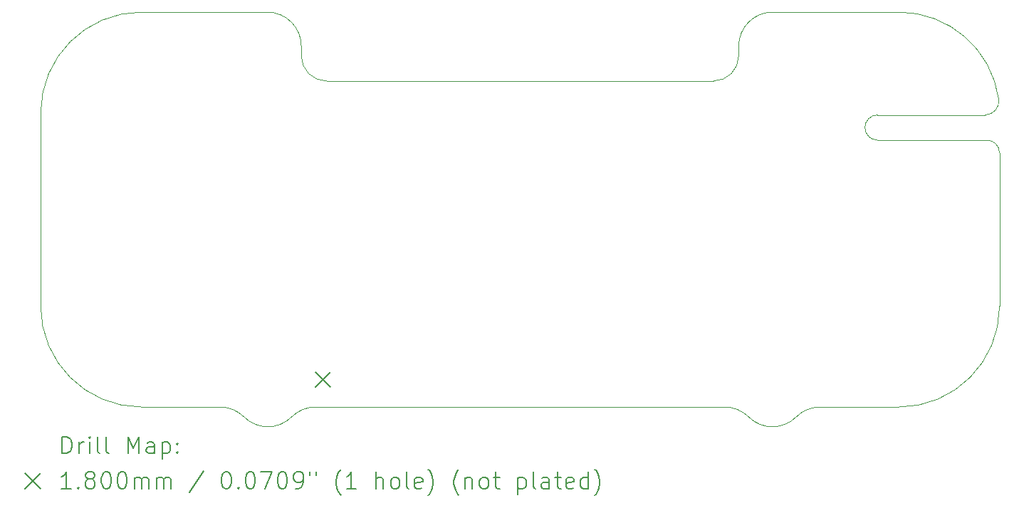
<source format=gbr>
%TF.GenerationSoftware,KiCad,Pcbnew,9.0.0*%
%TF.CreationDate,2025-06-19T17:56:10+01:00*%
%TF.ProjectId,solderbit-gamepad,736f6c64-6572-4626-9974-2d67616d6570,v0.7*%
%TF.SameCoordinates,Original*%
%TF.FileFunction,Drillmap*%
%TF.FilePolarity,Positive*%
%FSLAX45Y45*%
G04 Gerber Fmt 4.5, Leading zero omitted, Abs format (unit mm)*
G04 Created by KiCad (PCBNEW 9.0.0) date 2025-06-19 17:56:10*
%MOMM*%
%LPD*%
G01*
G04 APERTURE LIST*
%ADD10C,0.100000*%
%ADD11C,0.200000*%
%ADD12C,0.180000*%
G04 APERTURE END LIST*
D10*
X13426541Y-3656472D02*
X14928001Y-3656472D01*
X15976472Y-5180000D02*
G75*
G02*
X16126470Y-5330000I-2J-150000D01*
G01*
X6860899Y-8356472D02*
G75*
G02*
X7143741Y-8473629I1J-399998D01*
G01*
X12725000Y-4476472D02*
X8125000Y-4476472D01*
X13025069Y-4176470D02*
X13025069Y-4061472D01*
X16126472Y-5330000D02*
X16126472Y-7156472D01*
X16126472Y-7156472D02*
G75*
G02*
X14926472Y-8356472I-1200000J0D01*
G01*
X8125000Y-4476472D02*
G75*
G02*
X7825008Y-4176472I10J300002D01*
G01*
X7423536Y-3656472D02*
G75*
G02*
X7825004Y-4061472I-3546J-404998D01*
G01*
X13709427Y-8473629D02*
G75*
G02*
X13992269Y-8356468I282843J-282831D01*
G01*
X4726472Y-4856472D02*
X4726472Y-7156472D01*
X14928001Y-3656472D02*
G75*
G02*
X16116671Y-4691981I-1J-1199998D01*
G01*
X12860899Y-8356472D02*
G75*
G02*
X13143741Y-8473629I1J-399998D01*
G01*
X14676391Y-4880000D02*
X15955975Y-4879996D01*
X14676391Y-5180000D02*
G75*
G02*
X14676391Y-4880000I-1J150000D01*
G01*
X12860899Y-8356472D02*
X7993164Y-8356472D01*
X7825008Y-4176472D02*
X7825008Y-4061472D01*
X4726472Y-4856472D02*
G75*
G02*
X5926472Y-3656472I1200000J0D01*
G01*
X13993164Y-8356472D02*
X14926472Y-8356472D01*
X5926472Y-8356472D02*
X6860900Y-8356472D01*
X13025069Y-4061472D02*
G75*
G02*
X13426541Y-3656475I405011J2D01*
G01*
X5926472Y-8356472D02*
G75*
G02*
X4726472Y-7156472I0J1200000D01*
G01*
X16116531Y-4692000D02*
G75*
G02*
X15955975Y-4880283I-160551J-25690D01*
G01*
X7709427Y-8473629D02*
G75*
G02*
X7992269Y-8356471I282843J-282841D01*
G01*
X7709427Y-8473629D02*
G75*
G02*
X7143741Y-8473629I-282843J282843D01*
G01*
X13709427Y-8473629D02*
G75*
G02*
X13143741Y-8473629I-282843J282843D01*
G01*
X13025000Y-4176470D02*
G75*
G02*
X12725000Y-4476470I-300000J0D01*
G01*
X15976472Y-5180000D02*
X14676391Y-5180000D01*
X7423536Y-3656472D02*
X5926472Y-3656472D01*
D11*
D12*
X7991472Y-7941472D02*
X8171472Y-8121472D01*
X8171472Y-7941472D02*
X7991472Y-8121472D01*
D11*
X4982249Y-8907271D02*
X4982249Y-8707271D01*
X4982249Y-8707271D02*
X5029868Y-8707271D01*
X5029868Y-8707271D02*
X5058439Y-8716794D01*
X5058439Y-8716794D02*
X5077487Y-8735842D01*
X5077487Y-8735842D02*
X5087011Y-8754890D01*
X5087011Y-8754890D02*
X5096534Y-8792985D01*
X5096534Y-8792985D02*
X5096534Y-8821556D01*
X5096534Y-8821556D02*
X5087011Y-8859651D01*
X5087011Y-8859651D02*
X5077487Y-8878699D01*
X5077487Y-8878699D02*
X5058439Y-8897747D01*
X5058439Y-8897747D02*
X5029868Y-8907271D01*
X5029868Y-8907271D02*
X4982249Y-8907271D01*
X5182249Y-8907271D02*
X5182249Y-8773937D01*
X5182249Y-8812032D02*
X5191772Y-8792985D01*
X5191772Y-8792985D02*
X5201296Y-8783461D01*
X5201296Y-8783461D02*
X5220344Y-8773937D01*
X5220344Y-8773937D02*
X5239392Y-8773937D01*
X5306058Y-8907271D02*
X5306058Y-8773937D01*
X5306058Y-8707271D02*
X5296534Y-8716794D01*
X5296534Y-8716794D02*
X5306058Y-8726318D01*
X5306058Y-8726318D02*
X5315582Y-8716794D01*
X5315582Y-8716794D02*
X5306058Y-8707271D01*
X5306058Y-8707271D02*
X5306058Y-8726318D01*
X5429868Y-8907271D02*
X5410820Y-8897747D01*
X5410820Y-8897747D02*
X5401296Y-8878699D01*
X5401296Y-8878699D02*
X5401296Y-8707271D01*
X5534630Y-8907271D02*
X5515582Y-8897747D01*
X5515582Y-8897747D02*
X5506058Y-8878699D01*
X5506058Y-8878699D02*
X5506058Y-8707271D01*
X5763201Y-8907271D02*
X5763201Y-8707271D01*
X5763201Y-8707271D02*
X5829868Y-8850128D01*
X5829868Y-8850128D02*
X5896534Y-8707271D01*
X5896534Y-8707271D02*
X5896534Y-8907271D01*
X6077487Y-8907271D02*
X6077487Y-8802509D01*
X6077487Y-8802509D02*
X6067963Y-8783461D01*
X6067963Y-8783461D02*
X6048915Y-8773937D01*
X6048915Y-8773937D02*
X6010820Y-8773937D01*
X6010820Y-8773937D02*
X5991772Y-8783461D01*
X6077487Y-8897747D02*
X6058439Y-8907271D01*
X6058439Y-8907271D02*
X6010820Y-8907271D01*
X6010820Y-8907271D02*
X5991772Y-8897747D01*
X5991772Y-8897747D02*
X5982249Y-8878699D01*
X5982249Y-8878699D02*
X5982249Y-8859651D01*
X5982249Y-8859651D02*
X5991772Y-8840604D01*
X5991772Y-8840604D02*
X6010820Y-8831080D01*
X6010820Y-8831080D02*
X6058439Y-8831080D01*
X6058439Y-8831080D02*
X6077487Y-8821556D01*
X6172725Y-8773937D02*
X6172725Y-8973937D01*
X6172725Y-8783461D02*
X6191772Y-8773937D01*
X6191772Y-8773937D02*
X6229868Y-8773937D01*
X6229868Y-8773937D02*
X6248915Y-8783461D01*
X6248915Y-8783461D02*
X6258439Y-8792985D01*
X6258439Y-8792985D02*
X6267963Y-8812032D01*
X6267963Y-8812032D02*
X6267963Y-8869175D01*
X6267963Y-8869175D02*
X6258439Y-8888223D01*
X6258439Y-8888223D02*
X6248915Y-8897747D01*
X6248915Y-8897747D02*
X6229868Y-8907271D01*
X6229868Y-8907271D02*
X6191772Y-8907271D01*
X6191772Y-8907271D02*
X6172725Y-8897747D01*
X6353677Y-8888223D02*
X6363201Y-8897747D01*
X6363201Y-8897747D02*
X6353677Y-8907271D01*
X6353677Y-8907271D02*
X6344153Y-8897747D01*
X6344153Y-8897747D02*
X6353677Y-8888223D01*
X6353677Y-8888223D02*
X6353677Y-8907271D01*
X6353677Y-8783461D02*
X6363201Y-8792985D01*
X6363201Y-8792985D02*
X6353677Y-8802509D01*
X6353677Y-8802509D02*
X6344153Y-8792985D01*
X6344153Y-8792985D02*
X6353677Y-8783461D01*
X6353677Y-8783461D02*
X6353677Y-8802509D01*
D12*
X4541472Y-9145787D02*
X4721472Y-9325787D01*
X4721472Y-9145787D02*
X4541472Y-9325787D01*
D11*
X5087011Y-9327271D02*
X4972725Y-9327271D01*
X5029868Y-9327271D02*
X5029868Y-9127271D01*
X5029868Y-9127271D02*
X5010820Y-9155842D01*
X5010820Y-9155842D02*
X4991772Y-9174890D01*
X4991772Y-9174890D02*
X4972725Y-9184413D01*
X5172725Y-9308223D02*
X5182249Y-9317747D01*
X5182249Y-9317747D02*
X5172725Y-9327271D01*
X5172725Y-9327271D02*
X5163201Y-9317747D01*
X5163201Y-9317747D02*
X5172725Y-9308223D01*
X5172725Y-9308223D02*
X5172725Y-9327271D01*
X5296534Y-9212985D02*
X5277487Y-9203461D01*
X5277487Y-9203461D02*
X5267963Y-9193937D01*
X5267963Y-9193937D02*
X5258439Y-9174890D01*
X5258439Y-9174890D02*
X5258439Y-9165366D01*
X5258439Y-9165366D02*
X5267963Y-9146318D01*
X5267963Y-9146318D02*
X5277487Y-9136794D01*
X5277487Y-9136794D02*
X5296534Y-9127271D01*
X5296534Y-9127271D02*
X5334630Y-9127271D01*
X5334630Y-9127271D02*
X5353677Y-9136794D01*
X5353677Y-9136794D02*
X5363201Y-9146318D01*
X5363201Y-9146318D02*
X5372725Y-9165366D01*
X5372725Y-9165366D02*
X5372725Y-9174890D01*
X5372725Y-9174890D02*
X5363201Y-9193937D01*
X5363201Y-9193937D02*
X5353677Y-9203461D01*
X5353677Y-9203461D02*
X5334630Y-9212985D01*
X5334630Y-9212985D02*
X5296534Y-9212985D01*
X5296534Y-9212985D02*
X5277487Y-9222509D01*
X5277487Y-9222509D02*
X5267963Y-9232032D01*
X5267963Y-9232032D02*
X5258439Y-9251080D01*
X5258439Y-9251080D02*
X5258439Y-9289175D01*
X5258439Y-9289175D02*
X5267963Y-9308223D01*
X5267963Y-9308223D02*
X5277487Y-9317747D01*
X5277487Y-9317747D02*
X5296534Y-9327271D01*
X5296534Y-9327271D02*
X5334630Y-9327271D01*
X5334630Y-9327271D02*
X5353677Y-9317747D01*
X5353677Y-9317747D02*
X5363201Y-9308223D01*
X5363201Y-9308223D02*
X5372725Y-9289175D01*
X5372725Y-9289175D02*
X5372725Y-9251080D01*
X5372725Y-9251080D02*
X5363201Y-9232032D01*
X5363201Y-9232032D02*
X5353677Y-9222509D01*
X5353677Y-9222509D02*
X5334630Y-9212985D01*
X5496534Y-9127271D02*
X5515582Y-9127271D01*
X5515582Y-9127271D02*
X5534630Y-9136794D01*
X5534630Y-9136794D02*
X5544153Y-9146318D01*
X5544153Y-9146318D02*
X5553677Y-9165366D01*
X5553677Y-9165366D02*
X5563201Y-9203461D01*
X5563201Y-9203461D02*
X5563201Y-9251080D01*
X5563201Y-9251080D02*
X5553677Y-9289175D01*
X5553677Y-9289175D02*
X5544153Y-9308223D01*
X5544153Y-9308223D02*
X5534630Y-9317747D01*
X5534630Y-9317747D02*
X5515582Y-9327271D01*
X5515582Y-9327271D02*
X5496534Y-9327271D01*
X5496534Y-9327271D02*
X5477487Y-9317747D01*
X5477487Y-9317747D02*
X5467963Y-9308223D01*
X5467963Y-9308223D02*
X5458439Y-9289175D01*
X5458439Y-9289175D02*
X5448915Y-9251080D01*
X5448915Y-9251080D02*
X5448915Y-9203461D01*
X5448915Y-9203461D02*
X5458439Y-9165366D01*
X5458439Y-9165366D02*
X5467963Y-9146318D01*
X5467963Y-9146318D02*
X5477487Y-9136794D01*
X5477487Y-9136794D02*
X5496534Y-9127271D01*
X5687010Y-9127271D02*
X5706058Y-9127271D01*
X5706058Y-9127271D02*
X5725106Y-9136794D01*
X5725106Y-9136794D02*
X5734630Y-9146318D01*
X5734630Y-9146318D02*
X5744153Y-9165366D01*
X5744153Y-9165366D02*
X5753677Y-9203461D01*
X5753677Y-9203461D02*
X5753677Y-9251080D01*
X5753677Y-9251080D02*
X5744153Y-9289175D01*
X5744153Y-9289175D02*
X5734630Y-9308223D01*
X5734630Y-9308223D02*
X5725106Y-9317747D01*
X5725106Y-9317747D02*
X5706058Y-9327271D01*
X5706058Y-9327271D02*
X5687010Y-9327271D01*
X5687010Y-9327271D02*
X5667963Y-9317747D01*
X5667963Y-9317747D02*
X5658439Y-9308223D01*
X5658439Y-9308223D02*
X5648915Y-9289175D01*
X5648915Y-9289175D02*
X5639391Y-9251080D01*
X5639391Y-9251080D02*
X5639391Y-9203461D01*
X5639391Y-9203461D02*
X5648915Y-9165366D01*
X5648915Y-9165366D02*
X5658439Y-9146318D01*
X5658439Y-9146318D02*
X5667963Y-9136794D01*
X5667963Y-9136794D02*
X5687010Y-9127271D01*
X5839391Y-9327271D02*
X5839391Y-9193937D01*
X5839391Y-9212985D02*
X5848915Y-9203461D01*
X5848915Y-9203461D02*
X5867963Y-9193937D01*
X5867963Y-9193937D02*
X5896534Y-9193937D01*
X5896534Y-9193937D02*
X5915582Y-9203461D01*
X5915582Y-9203461D02*
X5925106Y-9222509D01*
X5925106Y-9222509D02*
X5925106Y-9327271D01*
X5925106Y-9222509D02*
X5934630Y-9203461D01*
X5934630Y-9203461D02*
X5953677Y-9193937D01*
X5953677Y-9193937D02*
X5982249Y-9193937D01*
X5982249Y-9193937D02*
X6001296Y-9203461D01*
X6001296Y-9203461D02*
X6010820Y-9222509D01*
X6010820Y-9222509D02*
X6010820Y-9327271D01*
X6106058Y-9327271D02*
X6106058Y-9193937D01*
X6106058Y-9212985D02*
X6115582Y-9203461D01*
X6115582Y-9203461D02*
X6134630Y-9193937D01*
X6134630Y-9193937D02*
X6163201Y-9193937D01*
X6163201Y-9193937D02*
X6182249Y-9203461D01*
X6182249Y-9203461D02*
X6191772Y-9222509D01*
X6191772Y-9222509D02*
X6191772Y-9327271D01*
X6191772Y-9222509D02*
X6201296Y-9203461D01*
X6201296Y-9203461D02*
X6220344Y-9193937D01*
X6220344Y-9193937D02*
X6248915Y-9193937D01*
X6248915Y-9193937D02*
X6267963Y-9203461D01*
X6267963Y-9203461D02*
X6277487Y-9222509D01*
X6277487Y-9222509D02*
X6277487Y-9327271D01*
X6667963Y-9117747D02*
X6496534Y-9374890D01*
X6925106Y-9127271D02*
X6944154Y-9127271D01*
X6944154Y-9127271D02*
X6963201Y-9136794D01*
X6963201Y-9136794D02*
X6972725Y-9146318D01*
X6972725Y-9146318D02*
X6982249Y-9165366D01*
X6982249Y-9165366D02*
X6991773Y-9203461D01*
X6991773Y-9203461D02*
X6991773Y-9251080D01*
X6991773Y-9251080D02*
X6982249Y-9289175D01*
X6982249Y-9289175D02*
X6972725Y-9308223D01*
X6972725Y-9308223D02*
X6963201Y-9317747D01*
X6963201Y-9317747D02*
X6944154Y-9327271D01*
X6944154Y-9327271D02*
X6925106Y-9327271D01*
X6925106Y-9327271D02*
X6906058Y-9317747D01*
X6906058Y-9317747D02*
X6896534Y-9308223D01*
X6896534Y-9308223D02*
X6887011Y-9289175D01*
X6887011Y-9289175D02*
X6877487Y-9251080D01*
X6877487Y-9251080D02*
X6877487Y-9203461D01*
X6877487Y-9203461D02*
X6887011Y-9165366D01*
X6887011Y-9165366D02*
X6896534Y-9146318D01*
X6896534Y-9146318D02*
X6906058Y-9136794D01*
X6906058Y-9136794D02*
X6925106Y-9127271D01*
X7077487Y-9308223D02*
X7087011Y-9317747D01*
X7087011Y-9317747D02*
X7077487Y-9327271D01*
X7077487Y-9327271D02*
X7067963Y-9317747D01*
X7067963Y-9317747D02*
X7077487Y-9308223D01*
X7077487Y-9308223D02*
X7077487Y-9327271D01*
X7210820Y-9127271D02*
X7229868Y-9127271D01*
X7229868Y-9127271D02*
X7248915Y-9136794D01*
X7248915Y-9136794D02*
X7258439Y-9146318D01*
X7258439Y-9146318D02*
X7267963Y-9165366D01*
X7267963Y-9165366D02*
X7277487Y-9203461D01*
X7277487Y-9203461D02*
X7277487Y-9251080D01*
X7277487Y-9251080D02*
X7267963Y-9289175D01*
X7267963Y-9289175D02*
X7258439Y-9308223D01*
X7258439Y-9308223D02*
X7248915Y-9317747D01*
X7248915Y-9317747D02*
X7229868Y-9327271D01*
X7229868Y-9327271D02*
X7210820Y-9327271D01*
X7210820Y-9327271D02*
X7191773Y-9317747D01*
X7191773Y-9317747D02*
X7182249Y-9308223D01*
X7182249Y-9308223D02*
X7172725Y-9289175D01*
X7172725Y-9289175D02*
X7163201Y-9251080D01*
X7163201Y-9251080D02*
X7163201Y-9203461D01*
X7163201Y-9203461D02*
X7172725Y-9165366D01*
X7172725Y-9165366D02*
X7182249Y-9146318D01*
X7182249Y-9146318D02*
X7191773Y-9136794D01*
X7191773Y-9136794D02*
X7210820Y-9127271D01*
X7344154Y-9127271D02*
X7477487Y-9127271D01*
X7477487Y-9127271D02*
X7391773Y-9327271D01*
X7591773Y-9127271D02*
X7610820Y-9127271D01*
X7610820Y-9127271D02*
X7629868Y-9136794D01*
X7629868Y-9136794D02*
X7639392Y-9146318D01*
X7639392Y-9146318D02*
X7648915Y-9165366D01*
X7648915Y-9165366D02*
X7658439Y-9203461D01*
X7658439Y-9203461D02*
X7658439Y-9251080D01*
X7658439Y-9251080D02*
X7648915Y-9289175D01*
X7648915Y-9289175D02*
X7639392Y-9308223D01*
X7639392Y-9308223D02*
X7629868Y-9317747D01*
X7629868Y-9317747D02*
X7610820Y-9327271D01*
X7610820Y-9327271D02*
X7591773Y-9327271D01*
X7591773Y-9327271D02*
X7572725Y-9317747D01*
X7572725Y-9317747D02*
X7563201Y-9308223D01*
X7563201Y-9308223D02*
X7553677Y-9289175D01*
X7553677Y-9289175D02*
X7544154Y-9251080D01*
X7544154Y-9251080D02*
X7544154Y-9203461D01*
X7544154Y-9203461D02*
X7553677Y-9165366D01*
X7553677Y-9165366D02*
X7563201Y-9146318D01*
X7563201Y-9146318D02*
X7572725Y-9136794D01*
X7572725Y-9136794D02*
X7591773Y-9127271D01*
X7753677Y-9327271D02*
X7791773Y-9327271D01*
X7791773Y-9327271D02*
X7810820Y-9317747D01*
X7810820Y-9317747D02*
X7820344Y-9308223D01*
X7820344Y-9308223D02*
X7839392Y-9279651D01*
X7839392Y-9279651D02*
X7848915Y-9241556D01*
X7848915Y-9241556D02*
X7848915Y-9165366D01*
X7848915Y-9165366D02*
X7839392Y-9146318D01*
X7839392Y-9146318D02*
X7829868Y-9136794D01*
X7829868Y-9136794D02*
X7810820Y-9127271D01*
X7810820Y-9127271D02*
X7772725Y-9127271D01*
X7772725Y-9127271D02*
X7753677Y-9136794D01*
X7753677Y-9136794D02*
X7744154Y-9146318D01*
X7744154Y-9146318D02*
X7734630Y-9165366D01*
X7734630Y-9165366D02*
X7734630Y-9212985D01*
X7734630Y-9212985D02*
X7744154Y-9232032D01*
X7744154Y-9232032D02*
X7753677Y-9241556D01*
X7753677Y-9241556D02*
X7772725Y-9251080D01*
X7772725Y-9251080D02*
X7810820Y-9251080D01*
X7810820Y-9251080D02*
X7829868Y-9241556D01*
X7829868Y-9241556D02*
X7839392Y-9232032D01*
X7839392Y-9232032D02*
X7848915Y-9212985D01*
X7925106Y-9127271D02*
X7925106Y-9165366D01*
X8001296Y-9127271D02*
X8001296Y-9165366D01*
X8296535Y-9403461D02*
X8287011Y-9393937D01*
X8287011Y-9393937D02*
X8267963Y-9365366D01*
X8267963Y-9365366D02*
X8258439Y-9346318D01*
X8258439Y-9346318D02*
X8248916Y-9317747D01*
X8248916Y-9317747D02*
X8239392Y-9270128D01*
X8239392Y-9270128D02*
X8239392Y-9232032D01*
X8239392Y-9232032D02*
X8248916Y-9184413D01*
X8248916Y-9184413D02*
X8258439Y-9155842D01*
X8258439Y-9155842D02*
X8267963Y-9136794D01*
X8267963Y-9136794D02*
X8287011Y-9108223D01*
X8287011Y-9108223D02*
X8296535Y-9098699D01*
X8477487Y-9327271D02*
X8363201Y-9327271D01*
X8420344Y-9327271D02*
X8420344Y-9127271D01*
X8420344Y-9127271D02*
X8401297Y-9155842D01*
X8401297Y-9155842D02*
X8382249Y-9174890D01*
X8382249Y-9174890D02*
X8363201Y-9184413D01*
X8715582Y-9327271D02*
X8715582Y-9127271D01*
X8801297Y-9327271D02*
X8801297Y-9222509D01*
X8801297Y-9222509D02*
X8791773Y-9203461D01*
X8791773Y-9203461D02*
X8772725Y-9193937D01*
X8772725Y-9193937D02*
X8744154Y-9193937D01*
X8744154Y-9193937D02*
X8725106Y-9203461D01*
X8725106Y-9203461D02*
X8715582Y-9212985D01*
X8925106Y-9327271D02*
X8906059Y-9317747D01*
X8906059Y-9317747D02*
X8896535Y-9308223D01*
X8896535Y-9308223D02*
X8887011Y-9289175D01*
X8887011Y-9289175D02*
X8887011Y-9232032D01*
X8887011Y-9232032D02*
X8896535Y-9212985D01*
X8896535Y-9212985D02*
X8906059Y-9203461D01*
X8906059Y-9203461D02*
X8925106Y-9193937D01*
X8925106Y-9193937D02*
X8953678Y-9193937D01*
X8953678Y-9193937D02*
X8972725Y-9203461D01*
X8972725Y-9203461D02*
X8982249Y-9212985D01*
X8982249Y-9212985D02*
X8991773Y-9232032D01*
X8991773Y-9232032D02*
X8991773Y-9289175D01*
X8991773Y-9289175D02*
X8982249Y-9308223D01*
X8982249Y-9308223D02*
X8972725Y-9317747D01*
X8972725Y-9317747D02*
X8953678Y-9327271D01*
X8953678Y-9327271D02*
X8925106Y-9327271D01*
X9106059Y-9327271D02*
X9087011Y-9317747D01*
X9087011Y-9317747D02*
X9077487Y-9298699D01*
X9077487Y-9298699D02*
X9077487Y-9127271D01*
X9258440Y-9317747D02*
X9239392Y-9327271D01*
X9239392Y-9327271D02*
X9201297Y-9327271D01*
X9201297Y-9327271D02*
X9182249Y-9317747D01*
X9182249Y-9317747D02*
X9172725Y-9298699D01*
X9172725Y-9298699D02*
X9172725Y-9222509D01*
X9172725Y-9222509D02*
X9182249Y-9203461D01*
X9182249Y-9203461D02*
X9201297Y-9193937D01*
X9201297Y-9193937D02*
X9239392Y-9193937D01*
X9239392Y-9193937D02*
X9258440Y-9203461D01*
X9258440Y-9203461D02*
X9267963Y-9222509D01*
X9267963Y-9222509D02*
X9267963Y-9241556D01*
X9267963Y-9241556D02*
X9172725Y-9260604D01*
X9334630Y-9403461D02*
X9344154Y-9393937D01*
X9344154Y-9393937D02*
X9363201Y-9365366D01*
X9363201Y-9365366D02*
X9372725Y-9346318D01*
X9372725Y-9346318D02*
X9382249Y-9317747D01*
X9382249Y-9317747D02*
X9391773Y-9270128D01*
X9391773Y-9270128D02*
X9391773Y-9232032D01*
X9391773Y-9232032D02*
X9382249Y-9184413D01*
X9382249Y-9184413D02*
X9372725Y-9155842D01*
X9372725Y-9155842D02*
X9363201Y-9136794D01*
X9363201Y-9136794D02*
X9344154Y-9108223D01*
X9344154Y-9108223D02*
X9334630Y-9098699D01*
X9696535Y-9403461D02*
X9687011Y-9393937D01*
X9687011Y-9393937D02*
X9667963Y-9365366D01*
X9667963Y-9365366D02*
X9658440Y-9346318D01*
X9658440Y-9346318D02*
X9648916Y-9317747D01*
X9648916Y-9317747D02*
X9639392Y-9270128D01*
X9639392Y-9270128D02*
X9639392Y-9232032D01*
X9639392Y-9232032D02*
X9648916Y-9184413D01*
X9648916Y-9184413D02*
X9658440Y-9155842D01*
X9658440Y-9155842D02*
X9667963Y-9136794D01*
X9667963Y-9136794D02*
X9687011Y-9108223D01*
X9687011Y-9108223D02*
X9696535Y-9098699D01*
X9772725Y-9193937D02*
X9772725Y-9327271D01*
X9772725Y-9212985D02*
X9782249Y-9203461D01*
X9782249Y-9203461D02*
X9801297Y-9193937D01*
X9801297Y-9193937D02*
X9829868Y-9193937D01*
X9829868Y-9193937D02*
X9848916Y-9203461D01*
X9848916Y-9203461D02*
X9858440Y-9222509D01*
X9858440Y-9222509D02*
X9858440Y-9327271D01*
X9982249Y-9327271D02*
X9963201Y-9317747D01*
X9963201Y-9317747D02*
X9953678Y-9308223D01*
X9953678Y-9308223D02*
X9944154Y-9289175D01*
X9944154Y-9289175D02*
X9944154Y-9232032D01*
X9944154Y-9232032D02*
X9953678Y-9212985D01*
X9953678Y-9212985D02*
X9963201Y-9203461D01*
X9963201Y-9203461D02*
X9982249Y-9193937D01*
X9982249Y-9193937D02*
X10010821Y-9193937D01*
X10010821Y-9193937D02*
X10029868Y-9203461D01*
X10029868Y-9203461D02*
X10039392Y-9212985D01*
X10039392Y-9212985D02*
X10048916Y-9232032D01*
X10048916Y-9232032D02*
X10048916Y-9289175D01*
X10048916Y-9289175D02*
X10039392Y-9308223D01*
X10039392Y-9308223D02*
X10029868Y-9317747D01*
X10029868Y-9317747D02*
X10010821Y-9327271D01*
X10010821Y-9327271D02*
X9982249Y-9327271D01*
X10106059Y-9193937D02*
X10182249Y-9193937D01*
X10134630Y-9127271D02*
X10134630Y-9298699D01*
X10134630Y-9298699D02*
X10144154Y-9317747D01*
X10144154Y-9317747D02*
X10163201Y-9327271D01*
X10163201Y-9327271D02*
X10182249Y-9327271D01*
X10401297Y-9193937D02*
X10401297Y-9393937D01*
X10401297Y-9203461D02*
X10420344Y-9193937D01*
X10420344Y-9193937D02*
X10458440Y-9193937D01*
X10458440Y-9193937D02*
X10477487Y-9203461D01*
X10477487Y-9203461D02*
X10487011Y-9212985D01*
X10487011Y-9212985D02*
X10496535Y-9232032D01*
X10496535Y-9232032D02*
X10496535Y-9289175D01*
X10496535Y-9289175D02*
X10487011Y-9308223D01*
X10487011Y-9308223D02*
X10477487Y-9317747D01*
X10477487Y-9317747D02*
X10458440Y-9327271D01*
X10458440Y-9327271D02*
X10420344Y-9327271D01*
X10420344Y-9327271D02*
X10401297Y-9317747D01*
X10610821Y-9327271D02*
X10591773Y-9317747D01*
X10591773Y-9317747D02*
X10582249Y-9298699D01*
X10582249Y-9298699D02*
X10582249Y-9127271D01*
X10772725Y-9327271D02*
X10772725Y-9222509D01*
X10772725Y-9222509D02*
X10763202Y-9203461D01*
X10763202Y-9203461D02*
X10744154Y-9193937D01*
X10744154Y-9193937D02*
X10706059Y-9193937D01*
X10706059Y-9193937D02*
X10687011Y-9203461D01*
X10772725Y-9317747D02*
X10753678Y-9327271D01*
X10753678Y-9327271D02*
X10706059Y-9327271D01*
X10706059Y-9327271D02*
X10687011Y-9317747D01*
X10687011Y-9317747D02*
X10677487Y-9298699D01*
X10677487Y-9298699D02*
X10677487Y-9279651D01*
X10677487Y-9279651D02*
X10687011Y-9260604D01*
X10687011Y-9260604D02*
X10706059Y-9251080D01*
X10706059Y-9251080D02*
X10753678Y-9251080D01*
X10753678Y-9251080D02*
X10772725Y-9241556D01*
X10839392Y-9193937D02*
X10915582Y-9193937D01*
X10867963Y-9127271D02*
X10867963Y-9298699D01*
X10867963Y-9298699D02*
X10877487Y-9317747D01*
X10877487Y-9317747D02*
X10896535Y-9327271D01*
X10896535Y-9327271D02*
X10915582Y-9327271D01*
X11058440Y-9317747D02*
X11039392Y-9327271D01*
X11039392Y-9327271D02*
X11001297Y-9327271D01*
X11001297Y-9327271D02*
X10982249Y-9317747D01*
X10982249Y-9317747D02*
X10972725Y-9298699D01*
X10972725Y-9298699D02*
X10972725Y-9222509D01*
X10972725Y-9222509D02*
X10982249Y-9203461D01*
X10982249Y-9203461D02*
X11001297Y-9193937D01*
X11001297Y-9193937D02*
X11039392Y-9193937D01*
X11039392Y-9193937D02*
X11058440Y-9203461D01*
X11058440Y-9203461D02*
X11067963Y-9222509D01*
X11067963Y-9222509D02*
X11067963Y-9241556D01*
X11067963Y-9241556D02*
X10972725Y-9260604D01*
X11239392Y-9327271D02*
X11239392Y-9127271D01*
X11239392Y-9317747D02*
X11220344Y-9327271D01*
X11220344Y-9327271D02*
X11182249Y-9327271D01*
X11182249Y-9327271D02*
X11163202Y-9317747D01*
X11163202Y-9317747D02*
X11153678Y-9308223D01*
X11153678Y-9308223D02*
X11144154Y-9289175D01*
X11144154Y-9289175D02*
X11144154Y-9232032D01*
X11144154Y-9232032D02*
X11153678Y-9212985D01*
X11153678Y-9212985D02*
X11163202Y-9203461D01*
X11163202Y-9203461D02*
X11182249Y-9193937D01*
X11182249Y-9193937D02*
X11220344Y-9193937D01*
X11220344Y-9193937D02*
X11239392Y-9203461D01*
X11315582Y-9403461D02*
X11325106Y-9393937D01*
X11325106Y-9393937D02*
X11344154Y-9365366D01*
X11344154Y-9365366D02*
X11353678Y-9346318D01*
X11353678Y-9346318D02*
X11363201Y-9317747D01*
X11363201Y-9317747D02*
X11372725Y-9270128D01*
X11372725Y-9270128D02*
X11372725Y-9232032D01*
X11372725Y-9232032D02*
X11363201Y-9184413D01*
X11363201Y-9184413D02*
X11353678Y-9155842D01*
X11353678Y-9155842D02*
X11344154Y-9136794D01*
X11344154Y-9136794D02*
X11325106Y-9108223D01*
X11325106Y-9108223D02*
X11315582Y-9098699D01*
M02*

</source>
